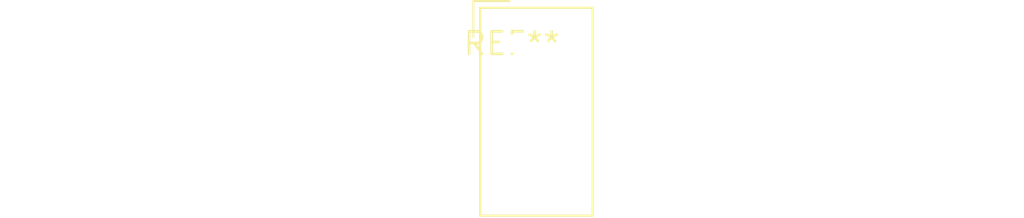
<source format=kicad_pcb>
(kicad_pcb (version 20240108) (generator pcbnew)
  (layers (0 "F.Cu" signal) (31 "B.Cu" signal) (34 "B.Paste" user) (35 "F.Paste" user) (36 "B.SilkS" user "B.Silkscreen") (37 "F.SilkS" user "F.Silkscreen") (38 "B.Mask" user) (39 "F.Mask" user) (44 "Edge.Cuts" user))
  (net 0 "")
  (footprint "Converter_DCDC_TRACO_TME_03xxS_05xxS_12xxS_Single_THT" (layer "F.Cu") (at 0 0)
    (property "Reference" "REF**")
    (property "Value" "Converter_DCDC_TRACO_TME_03xxS_05xxS_12xxS_Single_THT")
    (fp_line (start -2.175 -2.4) (end -0.141667 -2.4) (layer "F.SilkS") (stroke (width 0.12)))
    (fp_line (start -2.175 -0.366667) (end -2.175 -2.4) (layer "F.SilkS") (stroke (width 0.12)))
    (fp_line (start -1.795 -2.02) (end -1.795 9.72) (layer "F.SilkS") (stroke (width 0.12)))
    (fp_line (start -1.795 -2.02) (end 4.545 -2.02) (layer "F.SilkS") (stroke (width 0.12)))
    (fp_line (start -1.795 9.72) (end 4.545 9.72) (layer "F.SilkS") (stroke (width 0.12)))
    (fp_line (start 4.545 -2.02) (end 4.545 9.72) (layer "F.SilkS") (stroke (width 0.12)))
    (pad "1" thru_hole rect (at 0 0) (size 1.6 1.6) (drill 1) (layers *.Cu *.Mask) (remove_unused_layers))
    (pad "2" thru_hole circle (at 0 2.54) (size 1.6 1.6) (drill 1) (layers *.Cu *.Mask) (remove_unused_layers))
    (pad "3" thru_hole circle (at 0 5.08) (size 1.6 1.6) (drill 1) (layers *.Cu *.Mask) (remove_unused_layers))
    (pad "4" thru_hole circle (at 0 7.62) (size 1.6 1.6) (drill 1) (layers *.Cu *.Mask) (remove_unused_layers))
  )
)
</source>
